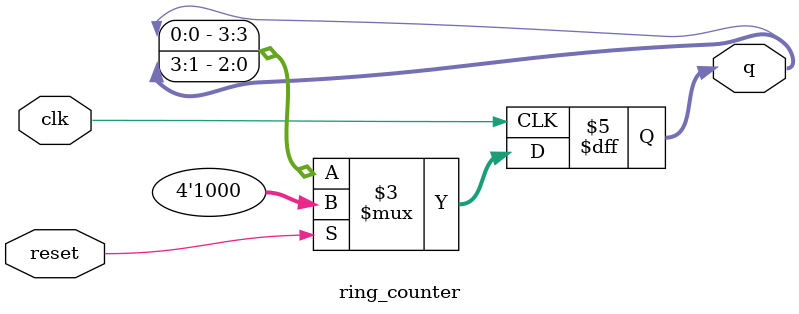
<source format=v>
module ring_counter (
    input wire clk,
    input wire reset,
    output reg [3:0] q
);

    always @(posedge clk) begin
        if (reset) begin
            q <= 4'b1000;
        end else begin
            q <= {q[0], q[3:1]};
        end
    end

endmodule

</source>
